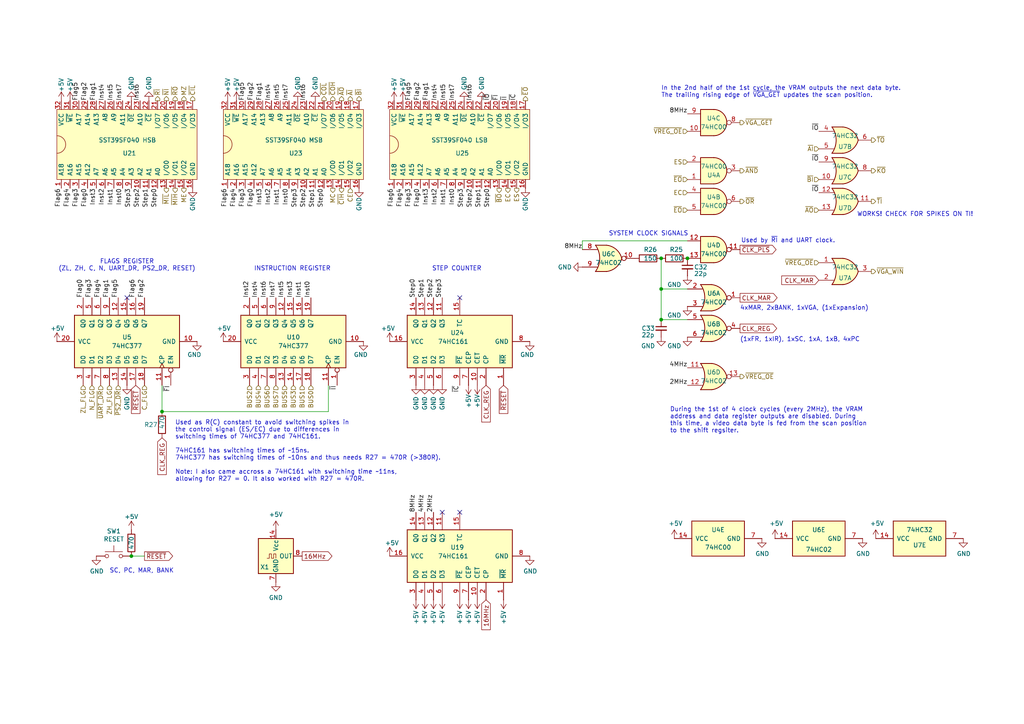
<source format=kicad_sch>
(kicad_sch (version 20250114) (generator "eeschema") (generator_version "9.0")
  (paper "A4")
  (title_block (title "Control Logic") (date "2025-01-09") (rev "1.4 Redux") (comment 2 "creativecommons.org/licenses/by-nc-sa/4.0/") (comment 3 "This work is licensed under CC BY-NC-SA 4.0") (comment 4 "Author: Carsten Herting (slu4)"))
  (lib_symbols
    (symbol "74xx:74HC00" (pin_names (offset 1.016))
      (property "Reference" "U" (at 0 1.27 0))
      (property "Value" "74HC00" (at 0 -1.27 0))
      (symbol "74HC00_1_1"
        (pin input line (at -7.62 2.54 0) (length 3.81) (name "~") (number "1"))
        (pin input line (at -7.62 -2.54 0) (length 3.81) (name "~") (number "2"))
        (pin output inverted (at 7.62 0 180) (length 3.81) (name "~") (number "3"))
      )
      (symbol "74HC00_1_2"
        (pin input inverted (at -7.62 2.54 0) (length 4.318) (name "~") (number "1"))
        (pin input inverted (at -7.62 -2.54 0) (length 4.318) (name "~") (number "2"))
        (pin output line (at 7.62 0 180) (length 3.81) (name "~") (number "3"))
      )
      (symbol "74HC00_2_1"
        (pin input line (at -7.62 2.54 0) (length 3.81) (name "~") (number "4"))
        (pin input line (at -7.62 -2.54 0) (length 3.81) (name "~") (number "5"))
        (pin output inverted (at 7.62 0 180) (length 3.81) (name "~") (number "6"))
      )
      (symbol "74HC00_2_2"
        (pin input inverted (at -7.62 2.54 0) (length 4.318) (name "~") (number "4"))
        (pin input inverted (at -7.62 -2.54 0) (length 4.318) (name "~") (number "5"))
        (pin output line (at 7.62 0 180) (length 3.81) (name "~") (number "6"))
      )
      (symbol "74HC00_3_1"
        (pin input line (at -7.62 2.54 0) (length 3.81) (name "~") (number "9"))
        (pin input line (at -7.62 -2.54 0) (length 3.81) (name "~") (number "10"))
        (pin output inverted (at 7.62 0 180) (length 3.81) (name "~") (number "8"))
      )
      (symbol "74HC00_3_2"
        (pin input inverted (at -7.62 2.54 0) (length 4.318) (name "~") (number "9"))
        (pin input inverted (at -7.62 -2.54 0) (length 4.318) (name "~") (number "10"))
        (pin output line (at 7.62 0 180) (length 3.81) (name "~") (number "8"))
      )
      (symbol "74HC00_4_1"
        (pin input line (at -7.62 2.54 0) (length 3.81) (name "~") (number "12"))
        (pin input line (at -7.62 -2.54 0) (length 3.81) (name "~") (number "13"))
        (pin output inverted (at 7.62 0 180) (length 3.81) (name "~") (number "11"))
      )
      (symbol "74HC00_4_2"
        (pin input inverted (at -7.62 2.54 0) (length 4.318) (name "~") (number "12"))
        (pin input inverted (at -7.62 -2.54 0) (length 4.318) (name "~") (number "13"))
        (pin output line (at 7.62 0 180) (length 3.81) (name "~") (number "11"))
      )
      (symbol "74HC00_5_0"
        (pin power_in line (at 0 12.7 270) (length 5.08) (name "VCC") (number "14"))
        (pin power_in line (at 0 -12.7 90) (length 5.08) (name "GND") (number "7"))
      )
    )
    (symbol "8-Bit CPU 32k-cache:74HC00" (pin_names (offset 1.016))
      (property "Reference" "U" (at 0 1.27 0))
      (property "Value" "74HC00" (at 0 -1.27 0))
      (symbol "74HC00_1_1"
        (pin input line (at -7.62 2.54 0) (length 3.81) (name "~") (number "1"))
        (pin input line (at -7.62 -2.54 0) (length 3.81) (name "~") (number "2"))
        (pin output inverted (at 7.62 0 180) (length 3.81) (name "~") (number "3"))
      )
      (symbol "74HC00_1_2"
        (pin input inverted (at -7.62 2.54 0) (length 4.318) (name "~") (number "1"))
        (pin input inverted (at -7.62 -2.54 0) (length 4.318) (name "~") (number "2"))
        (pin output line (at 7.62 0 180) (length 3.81) (name "~") (number "3"))
      )
      (symbol "74HC00_2_1"
        (pin input line (at -7.62 2.54 0) (length 3.81) (name "~") (number "4"))
        (pin input line (at -7.62 -2.54 0) (length 3.81) (name "~") (number "5"))
        (pin output inverted (at 7.62 0 180) (length 3.81) (name "~") (number "6"))
      )
      (symbol "74HC00_2_2"
        (pin input inverted (at -7.62 2.54 0) (length 4.318) (name "~") (number "4"))
        (pin input inverted (at -7.62 -2.54 0) (length 4.318) (name "~") (number "5"))
        (pin output line (at 7.62 0 180) (length 3.81) (name "~") (number "6"))
      )
      (symbol "74HC00_3_1"
        (pin input line (at -7.62 2.54 0) (length 3.81) (name "~") (number "9"))
        (pin input line (at -7.62 -2.54 0) (length 3.81) (name "~") (number "10"))
        (pin output inverted (at 7.62 0 180) (length 3.81) (name "~") (number "8"))
      )
      (symbol "74HC00_3_2"
        (pin input inverted (at -7.62 2.54 0) (length 4.318) (name "~") (number "9"))
        (pin input inverted (at -7.62 -2.54 0) (length 4.318) (name "~") (number "10"))
        (pin output line (at 7.62 0 180) (length 3.81) (name "~") (number "8"))
      )
      (symbol "74HC00_4_1"
        (pin input line (at -7.62 2.54 0) (length 3.81) (name "~") (number "12"))
        (pin input line (at -7.62 -2.54 0) (length 3.81) (name "~") (number "13"))
        (pin output inverted (at 7.62 0 180) (length 3.81) (name "~") (number "11"))
      )
      (symbol "74HC00_4_2"
        (pin input inverted (at -7.62 2.54 0) (length 4.318) (name "~") (number "12"))
        (pin input inverted (at -7.62 -2.54 0) (length 4.318) (name "~") (number "13"))
        (pin output line (at 7.62 0 180) (length 3.81) (name "~") (number "11"))
      )
      (symbol "74HC00_5_0"
        (pin power_in line (at 0 12.7 270) (length 5.08) (name "VCC") (number "14"))
        (pin power_in line (at 0 -12.7 90) (length 5.08) (name "GND") (number "7"))
      )
    )
    (symbol "8-Bit CPU 32k-cache:74HC02" (pin_names (offset 1.016))
      (property "Reference" "U" (at 0 1.27 0))
      (property "Value" "74HC02" (at 0 -1.27 0))
      (symbol "74HC02_1_1"
        (pin input line (at -7.62 2.54 0) (length 4.318) (name "~") (number "2"))
        (pin input line (at -7.62 -2.54 0) (length 4.318) (name "~") (number "3"))
        (pin output inverted (at 7.62 0 180) (length 3.81) (name "~") (number "1"))
      )
      (symbol "74HC02_1_2"
        (pin input inverted (at -7.62 2.54 0) (length 3.81) (name "~") (number "2"))
        (pin input inverted (at -7.62 -2.54 0) (length 3.81) (name "~") (number "3"))
        (pin output line (at 7.62 0 180) (length 3.81) (name "~") (number "1"))
      )
      (symbol "74HC02_2_1"
        (pin input line (at -7.62 2.54 0) (length 4.318) (name "~") (number "5"))
        (pin input line (at -7.62 -2.54 0) (length 4.318) (name "~") (number "6"))
        (pin output inverted (at 7.62 0 180) (length 3.81) (name "~") (number "4"))
      )
      (symbol "74HC02_2_2"
        (pin input inverted (at -7.62 2.54 0) (length 3.81) (name "~") (number "5"))
        (pin input inverted (at -7.62 -2.54 0) (length 3.81) (name "~") (number "6"))
        (pin output line (at 7.62 0 180) (length 3.81) (name "~") (number "4"))
      )
      (symbol "74HC02_3_1"
        (pin input line (at -7.62 2.54 0) (length 4.318) (name "~") (number "8"))
        (pin input line (at -7.62 -2.54 0) (length 4.318) (name "~") (number "9"))
        (pin output inverted (at 7.62 0 180) (length 3.81) (name "~") (number "10"))
      )
      (symbol "74HC02_3_2"
        (pin input inverted (at -7.62 2.54 0) (length 3.81) (name "~") (number "8"))
        (pin input inverted (at -7.62 -2.54 0) (length 3.81) (name "~") (number "9"))
        (pin output line (at 7.62 0 180) (length 3.81) (name "~") (number "10"))
      )
      (symbol "74HC02_4_1"
        (pin input line (at -7.62 2.54 0) (length 4.318) (name "~") (number "11"))
        (pin input line (at -7.62 -2.54 0) (length 4.318) (name "~") (number "12"))
        (pin output inverted (at 7.62 0 180) (length 3.81) (name "~") (number "13"))
      )
      (symbol "74HC02_4_2"
        (pin input inverted (at -7.62 2.54 0) (length 3.81) (name "~") (number "11"))
        (pin input inverted (at -7.62 -2.54 0) (length 3.81) (name "~") (number "12"))
        (pin output line (at 7.62 0 180) (length 3.81) (name "~") (number "13"))
      )
      (symbol "74HC02_5_0"
        (pin power_in line (at 0 12.7 270) (length 5.08) (name "VCC") (number "14"))
        (pin power_in line (at 0 -12.7 90) (length 5.08) (name "GND") (number "7"))
      )
    )
    (symbol "8-Bit CPU 32k-cache:Oscillator_ACO-xxxMHz" (pin_names (offset 0.254))
      (property "Reference" "X" (at -5.08 6.35 0))
      (property "Value" "Oscillator_ACO-xxxMHz" (at 1.27 -6.35 0))
      (symbol "Oscillator_ACO-xxxMHz_1_1"
        (pin no_connect line (at -7.62 0 0) (length 2.54) (hide yes) (name "NC") (number "1"))
        (pin power_in line (at 0 7.62 270) (length 2.54) (name "Vcc") (number "14"))
        (pin power_in line (at 0 -7.62 90) (length 2.54) (name "GND") (number "7"))
        (pin output line (at 7.62 0 180) (length 2.54) (name "OUT") (number "8"))
      )
    )
    (symbol "8-Bit CPU 32k:74HC161" (pin_names (offset 1.016))
      (property "Reference" "U" (at -7.62 16.51 0))
      (property "Value" "74HC161" (at -7.62 -16.51 0))
      (symbol "74HC161_1_0"
        (pin input line (at -12.7 12.7 0) (length 5.08) (name "D0") (number "3"))
        (pin input line (at -12.7 10.16 0) (length 5.08) (name "D1") (number "4"))
        (pin input line (at -12.7 7.62 0) (length 5.08) (name "D2") (number "5"))
        (pin input line (at -12.7 5.08 0) (length 5.08) (name "D3") (number "6"))
        (pin input line (at -12.7 0 0) (length 5.08) (name "~{PE}") (number "9"))
        (pin input line (at -12.7 -2.54 0) (length 5.08) (name "CEP") (number "7"))
        (pin input line (at -12.7 -5.08 0) (length 5.08) (name "CET") (number "10"))
        (pin input line (at -12.7 -7.62 0) (length 5.08) (name "CP") (number "2"))
        (pin input line (at -12.7 -12.7 0) (length 5.08) (name "~{MR}") (number "1"))
        (pin power_in line (at 0 20.32 270) (length 5.08) (name "VCC") (number "16"))
        (pin power_in line (at 0 -20.32 90) (length 5.08) (name "GND") (number "8"))
        (pin output line (at 12.7 12.7 180) (length 5.08) (name "Q0") (number "14"))
        (pin output line (at 12.7 10.16 180) (length 5.08) (name "Q1") (number "13"))
        (pin output line (at 12.7 7.62 180) (length 5.08) (name "Q2") (number "12"))
        (pin output line (at 12.7 5.08 180) (length 5.08) (name "Q3") (number "11"))
        (pin output line (at 12.7 0 180) (length 5.08) (name "TC") (number "15"))
      )
    )
    (symbol "8-Bit CPU 32k:74HC32" (pin_names (offset 1.016))
      (property "Reference" "U" (at 0 1.27 0))
      (property "Value" "74HC32" (at 0 -1.27 0))
      (symbol "74HC32_1_1"
        (pin input line (at -7.62 2.54 0) (length 4.318) (name "~") (number "1"))
        (pin input line (at -7.62 -2.54 0) (length 4.318) (name "~") (number "2"))
        (pin output line (at 7.62 0 180) (length 3.81) (name "~") (number "3"))
      )
      (symbol "74HC32_1_2"
        (pin input inverted (at -7.62 2.54 0) (length 3.81) (name "~") (number "1"))
        (pin input inverted (at -7.62 -2.54 0) (length 3.81) (name "~") (number "2"))
        (pin output inverted (at 7.62 0 180) (length 3.81) (name "~") (number "3"))
      )
      (symbol "74HC32_2_1"
        (pin input line (at -7.62 2.54 0) (length 4.318) (name "~") (number "4"))
        (pin input line (at -7.62 -2.54 0) (length 4.318) (name "~") (number "5"))
        (pin output line (at 7.62 0 180) (length 3.81) (name "~") (number "6"))
      )
      (symbol "74HC32_2_2"
        (pin input inverted (at -7.62 2.54 0) (length 3.81) (name "~") (number "4"))
        (pin input inverted (at -7.62 -2.54 0) (length 3.81) (name "~") (number "5"))
        (pin output inverted (at 7.62 0 180) (length 3.81) (name "~") (number "6"))
      )
      (symbol "74HC32_3_1"
        (pin input line (at -7.62 2.54 0) (length 4.318) (name "~") (number "9"))
        (pin input line (at -7.62 -2.54 0) (length 4.318) (name "~") (number "10"))
        (pin output line (at 7.62 0 180) (length 3.81) (name "~") (number "8"))
      )
      (symbol "74HC32_3_2"
        (pin input inverted (at -7.62 2.54 0) (length 3.81) (name "~") (number "9"))
        (pin input inverted (at -7.62 -2.54 0) (length 3.81) (name "~") (number "10"))
        (pin output inverted (at 7.62 0 180) (length 3.81) (name "~") (number "8"))
      )
      (symbol "74HC32_4_1"
        (pin input line (at -7.62 2.54 0) (length 4.318) (name "~") (number "12"))
        (pin input line (at -7.62 -2.54 0) (length 4.318) (name "~") (number "13"))
        (pin output line (at 7.62 0 180) (length 3.81) (name "~") (number "11"))
      )
      (symbol "74HC32_4_2"
        (pin input inverted (at -7.62 2.54 0) (length 3.81) (name "~") (number "12"))
        (pin input inverted (at -7.62 -2.54 0) (length 3.81) (name "~") (number "13"))
        (pin output inverted (at 7.62 0 180) (length 3.81) (name "~") (number "11"))
      )
      (symbol "74HC32_5_0"
        (pin power_in line (at 0 12.7 270) (length 5.08) (name "VCC") (number "14"))
        (pin power_in line (at 0 -12.7 90) (length 5.08) (name "GND") (number "7"))
      )
    )
    (symbol "8-Bit CPU 32k:74HC377" (pin_names (offset 1.016))
      (property "Reference" "U" (at 1.27 0 90))
      (property "Value" "74HC377" (at -1.27 0 90))
      (symbol "74HC377_1_0"
        (pin input line (at -12.7 12.7 0) (length 5.08) (name "D0") (number "3"))
        (pin input line (at -12.7 10.16 0) (length 5.08) (name "D1") (number "4"))
        (pin input line (at -12.7 7.62 0) (length 5.08) (name "D2") (number "7"))
        (pin input line (at -12.7 5.08 0) (length 5.08) (name "D3") (number "8"))
        (pin input line (at -12.7 2.54 0) (length 5.08) (name "D4") (number "13"))
        (pin input line (at -12.7 0 0) (length 5.08) (name "D5") (number "14"))
        (pin input line (at -12.7 -2.54 0) (length 5.08) (name "D6") (number "17"))
        (pin input line (at -12.7 -5.08 0) (length 5.08) (name "D7") (number "18"))
        (pin input clock (at -12.7 -10.16 0) (length 5.08) (name "CP") (number "11"))
        (pin input inverted (at -12.7 -12.7 0) (length 5.08) (name "EN") (number "1"))
        (pin power_in line (at 0 20.32 270) (length 5.08) (name "VCC") (number "20"))
        (pin power_in line (at 0 -20.32 90) (length 5.08) (name "GND") (number "10"))
        (pin output line (at 12.7 12.7 180) (length 5.08) (name "Q0") (number "2"))
        (pin output line (at 12.7 10.16 180) (length 5.08) (name "Q1") (number "5"))
        (pin output line (at 12.7 7.62 180) (length 5.08) (name "Q2") (number "6"))
        (pin output line (at 12.7 5.08 180) (length 5.08) (name "Q3") (number "9"))
        (pin output line (at 12.7 2.54 180) (length 5.08) (name "Q4") (number "12"))
        (pin output line (at 12.7 0 180) (length 5.08) (name "Q5") (number "15"))
        (pin output line (at 12.7 -2.54 180) (length 5.08) (name "Q6") (number "16"))
        (pin output line (at 12.7 -5.08 180) (length 5.08) (name "Q7") (number "19"))
      )
    )
    (symbol "8-Bit CPU 32k:SST39SF040A" (pin_names (offset 1.016))
      (property "Reference" "U" (at -1.27 2.54 90))
      (property "Value" "SST39SF040A" (at 2.54 2.54 90))
      (symbol "SST39SF040A_1_1"
        (pin input line (at -12.7 22.86 0) (length 2.54) (name "A18") (number "1"))
        (pin input line (at -12.7 20.32 0) (length 2.54) (name "A16") (number "2"))
        (pin input line (at -12.7 17.78 0) (length 2.54) (name "A15") (number "3"))
        (pin input line (at -12.7 15.24 0) (length 2.54) (name "A12") (number "4"))
        (pin input line (at -12.7 12.7 0) (length 2.54) (name "A7") (number "5"))
        (pin input line (at -12.7 10.16 0) (length 2.54) (name "A6") (number "6"))
        (pin input line (at -12.7 7.62 0) (length 2.54) (name "A5") (number "7"))
        (pin input line (at -12.7 5.08 0) (length 2.54) (name "A4") (number "8"))
        (pin input line (at -12.7 2.54 0) (length 2.54) (name "A3") (number "9"))
        (pin input line (at -12.7 0 0) (length 2.54) (name "A2") (number "10"))
        (pin input line (at -12.7 -2.54 0) (length 2.54) (name "A1") (number "11"))
        (pin input line (at -12.7 -5.08 0) (length 2.54) (name "A0") (number "12"))
        (pin bidirectional line (at -12.7 -7.62 0) (length 2.54) (name "I/O0") (number "13"))
        (pin bidirectional line (at -12.7 -10.16 0) (length 2.54) (name "I/O1") (number "14"))
        (pin bidirectional line (at -12.7 -12.7 0) (length 2.54) (name "I/O2") (number "15"))
        (pin power_in line (at -12.7 -15.24 0) (length 2.54) (name "GND") (number "16"))
        (pin power_in line (at 12.7 22.86 180) (length 2.54) (name "VCC") (number "32"))
        (pin input line (at 12.7 20.32 180) (length 2.54) (name "~{WE}") (number "31"))
        (pin input line (at 12.7 17.78 180) (length 2.54) (name "A17") (number "30"))
        (pin input line (at 12.7 15.24 180) (length 2.54) (name "A14") (number "29"))
        (pin input line (at 12.7 12.7 180) (length 2.54) (name "A13") (number "28"))
        (pin input line (at 12.7 10.16 180) (length 2.54) (name "A8") (number "27"))
        (pin input line (at 12.7 7.62 180) (length 2.54) (name "A9") (number "26"))
        (pin input line (at 12.7 5.08 180) (length 2.54) (name "A11") (number "25"))
        (pin input line (at 12.7 2.54 180) (length 2.54) (name "~{OE}") (number "24"))
        (pin input line (at 12.7 0 180) (length 2.54) (name "A10") (number "23"))
        (pin input line (at 12.7 -2.54 180) (length 2.54) (name "~{CE}") (number "22"))
        (pin bidirectional line (at 12.7 -5.08 180) (length 2.54) (name "I/O7") (number "21"))
        (pin bidirectional line (at 12.7 -7.62 180) (length 2.54) (name "I/O6") (number "20"))
        (pin bidirectional line (at 12.7 -10.16 180) (length 2.54) (name "I/O5") (number "19"))
        (pin bidirectional line (at 12.7 -12.7 180) (length 2.54) (name "I/O4") (number "18"))
        (pin bidirectional line (at 12.7 -15.24 180) (length 2.54) (name "I/O3") (number "17"))
      )
    )
    (symbol "Device:C_Small" (pin_numbers (hide yes)) (pin_names (offset 0.254) (hide yes))
      (property "Reference" "C" (at 0.254 1.778 0))
      (property "Value" "C_Small" (at 0.254 -2.032 0))
      (symbol "C_Small_1_1"
        (pin passive line (at 0 2.54 270) (length 2.032) (name "~") (number "1"))
        (pin passive line (at 0 -2.54 90) (length 2.032) (name "~") (number "2"))
      )
    )
    (symbol "Device:R" (pin_numbers (hide yes)) (pin_names (offset 0))
      (property "Reference" "R" (at 2.032 0 90))
      (property "Value" "R" (at 0 0 90))
      (symbol "R_1_1"
        (pin passive line (at 0 3.81 270) (length 1.27) (name "~") (number "1"))
        (pin passive line (at 0 -3.81 90) (length 1.27) (name "~") (number "2"))
      )
    )
    (symbol "Switch:SW_Push" (pin_numbers (hide yes)) (pin_names (offset 1.016) (hide yes))
      (property "Reference" "SW" (at 1.27 2.54 0))
      (property "Value" "SW_Push" (at 0 -1.524 0))
      (symbol "SW_Push_0_1"
        (pin passive line (at -5.08 0 0) (length 2.54) (name "1") (number "1"))
        (pin passive line (at 5.08 0 180) (length 2.54) (name "2") (number "2"))
      )
    )
    (symbol "power:+5V" (power) (pin_numbers (hide yes)) (pin_names (offset 0) (hide yes))
      (property "Value" "+5V" (at 0 3.556 0))
      (symbol "+5V_1_1"
        (pin power_in line (at 0 0 90) (length 0) (name "~") (number "1"))
      )
    )
    (symbol "power:GND" (power) (pin_numbers (hide yes)) (pin_names (offset 0) (hide yes))
      (property "Value" "GND" (at 0 -3.81 0))
      (symbol "GND_1_1"
        (pin power_in line (at 0 0 270) (length 0) (name "~") (number "1"))
      )
    )
  )
  (text "SYSTEM CLOCK SIGNALS" (at 176.53 68.58 0) (effects (font (size 1.27 1.27)) (justify left bottom)))
  (text "During the 1st of 4 clock cycles (every 2MHz), the VRAM\naddress and data register outputs are disabled. During\nthis time, a video data byte is fed from the scan position\nto the shift regsiter." (at 194.31 121.92 0) (effects (font (size 1.27 1.27)) (justify left)))
  (text "In the 2nd half of the 1st cycle, the VRAM outputs the next data byte.\nThe trailing rising edge of ~{VGA_GET} updates the scan position." (at 191.77 26.67 0) (effects (font (size 1.27 1.27)) (justify left)))
  (text "SC, PC, MAR, BANK\n" (at 31.75 166.37 0) (effects (font (size 1.27 1.27)) (justify left bottom)))
  (text "Used by ~{RI} and UART clock." (at 228.6 69.85 0) (effects (font (size 1.27 1.27))))
  (text "INSTRUCTION REGISTER" (at 73.66 78.74 0) (effects (font (size 1.27 1.27)) (justify left bottom)))
  (text "4xMAR, 2xBANK, 1xVGA, (1xExpansion)" (at 214.63 90.17 0) (effects (font (size 1.27 1.27)) (justify left bottom)))
  (text "(1xFR, 1xIR), 1xSC, 1xA, 1xB, 4xPC" (at 214.63 97.79 0) (effects (font (size 1.27 1.27)) (justify left top)))
  (text "STEP COUNTER" (at 139.7 78.74 0) (effects (font (size 1.27 1.27)) (justify right bottom)))
  (text "Used as R(C) constant to avoid switching spikes in\nthe control signal (ES/EC) due to differences in\nswitching times of 74HC377 and 74HC161.\n\n74HC161 has switching times of ~15ns.\n74HC377 has switching times of ~10ns and thus needs R27 = 470R (>380R).\n\nNote: I also came accross a 74HC161 with switching time ~11ns,\nallowing for R27 = 0. It also worked with R27 = 470R.\n" (at 50.8 121.92 0) (effects (font (size 1.27 1.27)) (justify left top)))
  (text "FLAGS REGISTER\n(ZL, ZH, C, N, UART_DR, PS2_DR, RESET)" (at 36.83 78.74 0) (effects (font (size 1.27 1.27)) (justify bottom)))
  (text "WORKS! CHECK FOR SPIKES ON TI!" (at 265.43 62.23 0) (effects (font (size 1.27 1.27))))
  (junction (at 199.39 74.93))
  (junction (at 191.77 74.93))
  (junction (at 38.1 161.29))
  (junction (at 191.77 83.82))
  (junction (at 46.99 119.38))
  (junction (at 191.77 92.71))
  (no_connect (at 36.83 86.36))
  (no_connect (at 128.27 148.59))
  (no_connect (at 133.35 148.59))
  (no_connect (at 133.35 86.36))
  (wire (pts (xy 46.99 111.76) (xy 46.99 119.38)))
  (wire (pts (xy 168.91 69.85) (xy 199.39 69.85)))
  (wire (pts (xy 191.77 83.82) (xy 199.39 83.82)))
  (wire (pts (xy 95.25 119.38) (xy 95.25 111.76)))
  (wire (pts (xy 41.91 161.29) (xy 38.1 161.29)))
  (wire (pts (xy 46.99 119.38) (xy 95.25 119.38)))
  (wire (pts (xy 191.77 74.93) (xy 191.77 83.82)))
  (wire (pts (xy 168.91 72.39) (xy 168.91 69.85)))
  (wire (pts (xy 191.77 83.82) (xy 191.77 92.71)))
  (wire (pts (xy 199.39 92.71) (xy 191.77 92.71)))
  (label "Inst0" (at 90.17 86.36 90))
  (label "Flag1" (at 76.2 29.21 90))
  (label "Inst5" (at 81.28 29.21 90))
  (label "Inst6" (at 88.9 29.21 90))
  (label "Inst2" (at 72.39 86.36 90))
  (label "Step0" (at 45.72 54.61 270))
  (label "Inst6" (at 137.16 29.21 90))
  (label "Step1" (at 43.18 54.61 270))
  (label "Step2" (at 88.9 54.61 270))
  (label "8MHz" (at 168.91 72.39 180))
  (label "Inst7" (at 35.56 29.21 90))
  (label "Inst2" (at 30.48 54.61 270))
  (label "Inst4" (at 78.74 29.21 90))
  (label "~{IO}" (at 237.49 38.1 180))
  (label "Flag2" (at 121.92 29.21 90))
  (label "Flag2" (at 73.66 29.21 90))
  (label "Inst3" (at 124.46 54.61 270))
  (label "~{IC}" (at 133.35 111.76 270))
  (label "Step0" (at 93.98 54.61 270))
  (label "Flag2" (at 25.4 29.21 90))
  (label "Flag4" (at 116.84 54.61 270))
  (label "Flag3" (at 119.38 54.61 270))
  (label "4MHz" (at 123.19 148.59 90))
  (label "~{IO}" (at 237.49 55.88 180))
  (label "Step3" (at 86.36 54.61 270))
  (label "Step2" (at 40.64 54.61 270))
  (label "Inst1" (at 81.28 54.61 270))
  (label "~{FI}" (at 49.53 111.76 270))
  (label "~{IO}" (at 142.24 29.21 90))
  (label "Flag0" (at 25.4 54.61 270))
  (label "Flag2" (at 41.91 86.36 90))
  (label "Inst0" (at 132.08 54.61 270))
  (label "Inst2" (at 127 54.61 270))
  (label "Inst2" (at 78.74 54.61 270))
  (label "Inst6" (at 40.64 29.21 90))
  (label "Flag6" (at 114.3 54.61 270))
  (label "Flag3" (at 26.67 86.36 90))
  (label "Flag3" (at 71.12 54.61 270))
  (label "Inst5" (at 33.02 29.21 90))
  (label "~{II}" (at 147.32 29.21 90))
  (label "Flag6" (at 66.04 54.61 270))
  (label "Flag6" (at 17.78 54.61 270))
  (label "Inst3" (at 76.2 54.61 270))
  (label "Step1" (at 123.19 86.36 90))
  (label "Inst1" (at 87.63 86.36 90))
  (label "Flag6" (at 39.37 86.36 90))
  (label "Flag4" (at 68.58 54.61 270))
  (label "8MHz" (at 199.39 33.02 180))
  (label "Flag1" (at 27.94 29.21 90))
  (label "Step0" (at 142.24 54.61 270))
  (label "Flag4" (at 20.32 54.61 270))
  (label "Inst5" (at 82.55 86.36 90))
  (label "Flag5" (at 34.29 86.36 90))
  (label "Step1" (at 139.7 54.61 270))
  (label "Flag1" (at 31.75 86.36 90))
  (label "Flag5" (at 22.86 29.21 90))
  (label "Flag3" (at 22.86 54.61 270))
  (label "Inst4" (at 30.48 29.21 90))
  (label "Step0" (at 120.65 86.36 90))
  (label "4MHz" (at 199.39 106.68 180))
  (label "2MHz" (at 125.73 148.59 90))
  (label "Flag4" (at 29.21 86.36 90))
  (label "Inst1" (at 129.54 54.61 270))
  (label "~{IO}" (at 237.49 46.99 180))
  (label "Step3" (at 134.62 54.61 270))
  (label "Flag5" (at 119.38 29.21 90))
  (label "Step3" (at 128.27 86.36 90))
  (label "~{FI}" (at 144.78 29.21 90))
  (label "Inst5" (at 129.54 29.21 90))
  (label "Flag1" (at 124.46 29.21 90))
  (label "Inst0" (at 35.56 54.61 270))
  (label "Inst3" (at 27.94 54.61 270))
  (label "Flag0" (at 24.13 86.36 90))
  (label "Inst4" (at 127 29.21 90))
  (label "Step2" (at 125.73 86.36 90))
  (label "Inst7" (at 132.08 29.21 90))
  (label "Flag5" (at 71.12 29.21 90))
  (label "Inst6" (at 77.47 86.36 90))
  (label "Step3" (at 38.1 54.61 270))
  (label "Inst0" (at 83.82 54.61 270))
  (label "~{II}" (at 97.79 111.76 270))
  (label "Step2" (at 137.16 54.61 270))
  (label "2MHz" (at 199.39 111.76 180))
  (label "8MHz" (at 120.65 148.59 90))
  (label "Inst7" (at 83.82 29.21 90))
  (label "Flag0" (at 73.66 54.61 270))
  (label "Inst1" (at 33.02 54.61 270))
  (label "~{IC}" (at 149.86 29.21 90))
  (label "Inst3" (at 85.09 86.36 90))
  (label "Flag0" (at 121.92 54.61 270))
  (label "Inst4" (at 74.93 86.36 90))
  (label "Inst7" (at 80.01 86.36 90))
  (label "Step1" (at 91.44 54.61 270))
  (global_label "~{RESET}" (shape input) (at 39.37 111.76 270) (property "Intersheetrefs" "${INTERSHEET_REFS}" (effects (hide yes))))
  (global_label "~{RESET}" (shape input) (at 146.05 111.76 270) (property "Intersheetrefs" "${INTERSHEET_REFS}" (effects (hide yes))))
  (global_label "~{CLK_PLS}" (shape output) (at 214.63 72.39 0) (property "Intersheetrefs" "${INTERSHEET_REFS}" (effects (hide yes))))
  (global_label "CLK_REG" (shape output) (at 214.63 95.25 0) (property "Intersheetrefs" "${INTERSHEET_REFS}" (effects (hide yes))))
  (global_label "CLK_MAR" (shape output) (at 214.63 86.36 0) (property "Intersheetrefs" "${INTERSHEET_REFS}" (effects (hide yes))))
  (global_label "~{RESET}" (shape output) (at 41.91 161.29 0) (property "Intersheetrefs" "${INTERSHEET_REFS}" (effects (hide yes))))
  (global_label "CLK_MAR" (shape input) (at 237.49 81.28 180) (property "Intersheetrefs" "${INTERSHEET_REFS}" (effects (hide yes))))
  (global_label "CLK_REG" (shape input) (at 140.97 111.76 270) (property "Intersheetrefs" "${INTERSHEET_REFS}" (effects (hide yes))))
  (global_label "CLK_REG" (shape input) (at 46.99 127 270) (property "Intersheetrefs" "${INTERSHEET_REFS}" (effects (hide yes))))
  (global_label "16MHz" (shape input) (at 140.97 173.99 270) (property "Intersheetrefs" "${INTERSHEET_REFS}" (effects (hide yes))))
  (global_label "16MHz" (shape output) (at 87.63 161.29 0) (property "Intersheetrefs" "${INTERSHEET_REFS}" (effects (hide yes))))
  (hierarchical_label "~{AO}" (shape output) (at 99.06 29.21 90))
  (hierarchical_label "~{VGA_GET}" (shape output) (at 214.63 35.56 0))
  (hierarchical_label "C_FLG" (shape input) (at 41.91 111.76 270))
  (hierarchical_label "~{CIH}" (shape output) (at 99.06 54.61 270))
  (hierarchical_label "CE" (shape input) (at 101.6 54.61 270))
  (hierarchical_label "BUS2" (shape input) (at 72.39 111.76 270))
  (hierarchical_label "BUS7" (shape input) (at 80.01 111.76 270))
  (hierarchical_label "~{EO}" (shape output) (at 152.4 29.21 90))
  (hierarchical_label "BUS3" (shape input) (at 85.09 111.76 270))
  (hierarchical_label "BUS1" (shape input) (at 87.63 111.76 270))
  (hierarchical_label "~{CIL}" (shape output) (at 55.88 29.21 90))
  (hierarchical_label "ZL_FLG" (shape input) (at 24.13 111.76 270))
  (hierarchical_label "~{UART_DR}" (shape input) (at 29.21 111.76 270))
  (hierarchical_label "ES" (shape input) (at 199.39 46.99 180))
  (hierarchical_label "~{VREG_OE}" (shape input) (at 237.49 76.2 180))
  (hierarchical_label "ZH_FLG" (shape input) (at 31.75 111.76 270))
  (hierarchical_label "~{MIH}" (shape output) (at 50.8 54.61 270))
  (hierarchical_label "N_FLG" (shape input) (at 26.67 111.76 270))
  (hierarchical_label "ES" (shape output) (at 149.86 54.61 270))
  (hierarchical_label "EC" (shape input) (at 199.39 55.88 180))
  (hierarchical_label "~{EO}" (shape input) (at 199.39 60.96 180))
  (hierarchical_label "~{VREG_OE}" (shape input) (at 199.39 38.1 180))
  (hierarchical_label "~{KO}" (shape output) (at 252.73 49.53 0))
  (hierarchical_label "MC" (shape output) (at 96.52 54.61 270))
  (hierarchical_label "~{COH}" (shape output) (at 96.52 29.21 90))
  (hierarchical_label "BUS5" (shape input) (at 82.55 111.76 270))
  (hierarchical_label "~{AND}" (shape output) (at 214.63 49.53 0))
  (hierarchical_label "EC" (shape output) (at 147.32 54.61 270))
  (hierarchical_label "~{OR}" (shape output) (at 214.63 58.42 0))
  (hierarchical_label "ME" (shape output) (at 53.34 54.61 270))
  (hierarchical_label "BUS0" (shape input) (at 90.17 111.76 270))
  (hierarchical_label "~{AI}" (shape input) (at 237.49 43.18 180))
  (hierarchical_label "~{RO}" (shape output) (at 50.8 29.21 90))
  (hierarchical_label "~{AI}" (shape output) (at 101.6 29.21 90))
  (hierarchical_label "~{TI}" (shape output) (at 252.73 58.42 0))
  (hierarchical_label "~{BI}" (shape input) (at 237.49 52.07 180))
  (hierarchical_label "~{PS2_DR}" (shape input) (at 34.29 111.76 270))
  (hierarchical_label "~{BI}" (shape output) (at 104.14 29.21 90))
  (hierarchical_label "BUS6" (shape input) (at 77.47 111.76 270))
  (hierarchical_label "BUS4" (shape input) (at 74.93 111.76 270))
  (hierarchical_label "~{VGA_WIN}" (shape output) (at 252.73 78.74 0))
  (hierarchical_label "~{TO}" (shape output) (at 252.73 40.64 0))
  (hierarchical_label "~{AO}" (shape input) (at 237.49 60.96 180))
  (hierarchical_label "~{VREG_OE}" (shape output) (at 214.63 109.22 0))
  (hierarchical_label "MZ" (shape output) (at 53.34 29.21 90))
  (hierarchical_label "~{NI}" (shape output) (at 48.26 29.21 90))
  (hierarchical_label "~{COL}" (shape output) (at 93.98 29.21 90))
  (hierarchical_label "~{RI}" (shape output) (at 45.72 29.21 90))
  (hierarchical_label "~{BO}" (shape output) (at 144.78 54.61 270))
  (hierarchical_label "~{EO}" (shape input) (at 199.39 52.07 180))
  (hierarchical_label "~{MIL}" (shape output) (at 48.26 54.61 270))
  (symbol (lib_id "power:GND") (at 139.7 29.21 180) (unit 1)
    (property "Reference" "#PWR0111" (effects (hide yes)))
    (property "Value" "GND" (at 139.7 24.13 90))
    (property "Description" "Power symbol creates a global label with name \"GND\" , ground" (effects (hide yes)))
  )
  (symbol (lib_id "power:GND") (at 91.44 29.21 180) (unit 1)
    (property "Reference" "#PWR089" (effects (hide yes)))
    (property "Value" "GND" (at 91.44 24.13 90))
    (property "Description" "Power symbol creates a global label with name \"GND\" , ground" (effects (hide yes)))
  )
  (symbol (lib_id "8-Bit CPU 32k:74HC161") (at 133.35 99.06 90) (unit 1)
    (property "Reference" "U24" (at 134.62 96.52 90) (effects (justify left)))
    (property "Value" "74HC161" (at 135.89 99.06 90) (effects (justify left)))
    (property "Footprint" "Package_DIP:DIP-16_W7.62mm_Socket" (effects (hide yes)))
    (property "Datasheet" "http://www.ti.com/lit/gpn/sn74LS161" (effects (hide yes)))
    (property "Description" "Synchronous 4-bit programmable binary Counter" (effects (hide yes)))
  )
  (symbol (lib_id "power:GND") (at 86.36 29.21 180) (unit 1)
    (property "Reference" "#PWR087" (effects (hide yes)))
    (property "Value" "GND" (at 86.36 24.13 90))
    (property "Description" "Power symbol creates a global label with name \"GND\" , ground" (effects (hide yes)))
  )
  (symbol (lib_id "power:GND") (at 134.62 29.21 180) (unit 1)
    (property "Reference" "#PWR0107" (effects (hide yes)))
    (property "Value" "GND" (at 134.62 24.13 90))
    (property "Description" "Power symbol creates a global label with name \"GND\" , ground" (effects (hide yes)))
  )
  (symbol (lib_id "power:+5V") (at 68.58 29.21 0) (unit 1)
    (property "Reference" "#PWR084" (effects (hide yes)))
    (property "Value" "+5V" (at 68.58 26.67 90) (effects (justify left)))
    (property "Description" "Power symbol creates a global label with name \"+5V\"" (effects (hide yes)))
  )
  (symbol (lib_id "power:+5V") (at 116.84 29.21 0) (unit 1)
    (property "Reference" "#PWR098" (effects (hide yes)))
    (property "Value" "+5V" (at 116.84 26.67 90) (effects (justify left)))
    (property "Description" "Power symbol creates a global label with name \"+5V\"" (effects (hide yes)))
  )
  (symbol (lib_id "power:GND") (at 152.4 54.61 0) (unit 1)
    (property "Reference" "#PWR0113" (effects (hide yes)))
    (property "Value" "GND" (at 152.4 57.15 90) (effects (justify right)))
    (property "Description" "Power symbol creates a global label with name \"GND\" , ground" (effects (hide yes)))
  )
  (symbol (lib_id "power:GND") (at 153.67 99.06 0) (unit 1)
    (property "Reference" "#PWR0112" (effects (hide yes)))
    (property "Value" "GND" (at 154.94 102.87 0) (effects (justify right)))
    (property "Description" "Power symbol creates a global label with name \"GND\" , ground" (effects (hide yes)))
  )
  (symbol (lib_id "power:+5V") (at 113.03 99.06 0) (unit 1)
    (property "Reference" "#PWR094" (effects (hide yes)))
    (property "Value" "+5V" (at 110.49 95.25 0) (effects (justify left)))
    (property "Description" "Power symbol creates a global label with name \"+5V\"" (effects (hide yes)))
  )
  (symbol (lib_id "power:GND") (at 104.14 54.61 0) (unit 1)
    (property "Reference" "#PWR092" (effects (hide yes)))
    (property "Value" "GND" (at 104.14 57.15 90) (effects (justify right)))
    (property "Description" "Power symbol creates a global label with name \"GND\" , ground" (effects (hide yes)))
  )
  (symbol (lib_id "power:+5V") (at 135.89 111.76 180) (unit 1)
    (property "Reference" "#PWR0106" (effects (hide yes)))
    (property "Value" "+5V" (at 135.89 114.3 90) (effects (justify left)))
    (property "Description" "Power symbol creates a global label with name \"+5V\"" (effects (hide yes)))
  )
  (symbol (lib_id "power:+5V") (at 138.43 111.76 180) (unit 1)
    (property "Reference" "#PWR0108" (effects (hide yes)))
    (property "Value" "+5V" (at 138.43 114.3 90) (effects (justify left)))
    (property "Description" "Power symbol creates a global label with name \"+5V\"" (effects (hide yes)))
  )
  (symbol (lib_id "power:+5V") (at 66.04 29.21 0) (unit 1)
    (property "Reference" "#PWR082" (effects (hide yes)))
    (property "Value" "+5V" (at 66.04 26.67 90) (effects (justify left)))
    (property "Description" "Power symbol creates a global label with name \"+5V\"" (effects (hide yes)))
  )
  (symbol (lib_id "power:+5V") (at 114.3 29.21 0) (unit 1)
    (property "Reference" "#PWR096" (effects (hide yes)))
    (property "Value" "+5V" (at 114.3 26.67 90) (effects (justify left)))
    (property "Description" "Power symbol creates a global label with name \"+5V\"" (effects (hide yes)))
  )
  (symbol (lib_id "power:+5V") (at 128.27 173.99 0) (mirror x) (unit 1)
    (property "Reference" "#PWR035" (effects (hide yes)))
    (property "Value" "+5V" (at 128.27 179.07 90))
    (property "Description" "Power symbol creates a global label with name \"+5V\"" (effects (hide yes)))
  )
  (symbol (lib_id "8-Bit CPU 32k:SST39SF040A") (at 40.64 41.91 90) (unit 1)
    (property "Reference" "U21" (at 35.56 44.45 90) (effects (justify right)))
    (property "Value" "SST39SF040 HSB" (at 28.575 40.64 90) (effects (justify right)))
    (property "Footprint" "Package_DIP:DIP-32_W15.24mm_Socket" (effects (hide yes)))
  )
  (symbol (lib_id "8-Bit CPU 32k-cache:74HC00") (at 207.01 35.56 0) (unit 3)
    (property "Reference" "U4" (at 207.01 34.2931 0))
    (property "Value" "74HC00" (at 207.01 36.83 0))
    (property "Footprint" "Package_DIP:DIP-14_W7.62mm_Socket" (effects (hide yes)))
  )
  (symbol (lib_id "power:GND") (at 36.83 111.76 0) (unit 1)
    (property "Reference" "#PWR06" (effects (hide yes)))
    (property "Value" "GND" (at 36.83 114.935 90) (effects (justify right)))
    (property "Description" "Power symbol creates a global label with name \"GND\" , ground" (effects (hide yes)))
  )
  (symbol (lib_id "power:GND") (at 199.39 80.01 0) (unit 1)
    (property "Reference" "#PWR0110" (effects (hide yes)))
    (property "Value" "GND" (at 195.58 82.55 0))
    (property "Description" "Power symbol creates a global label with name \"GND\" , ground" (effects (hide yes)))
  )
  (symbol (lib_id "power:GND") (at 55.88 54.61 0) (unit 1)
    (property "Reference" "#PWR078" (effects (hide yes)))
    (property "Value" "GND" (at 55.88 57.15 90) (effects (justify right)))
    (property "Description" "Power symbol creates a global label with name \"GND\" , ground" (effects (hide yes)))
  )
  (symbol (lib_id "power:+5V") (at 20.32 29.21 0) (unit 1)
    (property "Reference" "#PWR063" (effects (hide yes)))
    (property "Value" "+5V" (at 20.32 26.67 90) (effects (justify left)))
    (property "Description" "Power symbol creates a global label with name \"+5V\"" (effects (hide yes)))
  )
  (symbol (lib_id "power:+5V") (at 113.03 161.29 0) (mirror y) (unit 1)
    (property "Reference" "#PWR060" (effects (hide yes)))
    (property "Value" "+5V" (at 113.665 157.48 0))
    (property "Description" "Power symbol creates a global label with name \"+5V\"" (effects (hide yes)))
  )
  (symbol (lib_id "8-Bit CPU 32k:74HC32") (at 245.11 40.64 0) (unit 2)
    (property "Reference" "U7" (at 245.11 42.545 0))
    (property "Value" "74HC32" (at 245.11 39.37 0))
    (property "Footprint" "Package_DIP:DIP-14_W7.62mm_Socket" (effects (hide yes)))
    (property "Datasheet" "http://www.ti.com/lit/gpn/sn74LS32" (effects (hide yes)))
    (property "Description" "Quad 2-input OR" (effects (hide yes)))
  )
  (symbol (lib_id "power:+5V") (at 123.19 173.99 0) (mirror x) (unit 1)
    (property "Reference" "#PWR033" (effects (hide yes)))
    (property "Value" "+5V" (at 123.19 179.07 90))
    (property "Description" "Power symbol creates a global label with name \"+5V\"" (effects (hide yes)))
  )
  (symbol (lib_id "Device:R") (at 195.58 74.93 90) (mirror x) (unit 1)
    (property "Reference" "R25" (at 198.12 72.39 90) (effects (justify left)))
    (property "Value" "100" (at 198.12 74.93 90) (effects (justify left)))
    (property "Footprint" "Resistor_THT:R_Axial_DIN0207_L6.3mm_D2.5mm_P7.62mm_Horizontal" (effects (hide yes)))
    (property "Description" "Resistor" (effects (hide yes)))
  )
  (symbol (lib_id "power:+5V") (at 146.05 173.99 0) (mirror x) (unit 1)
    (property "Reference" "#PWR075" (effects (hide yes)))
    (property "Value" "+5V" (at 146.05 179.07 90))
    (property "Description" "Power symbol creates a global label with name \"+5V\"" (effects (hide yes)))
  )
  (symbol (lib_id "8-Bit CPU 32k-cache:74HC02") (at 207.01 95.25 0) (unit 2)
    (property "Reference" "U6" (at 207.01 93.9831 0))
    (property "Value" "74HC02" (at 207.01 96.52 0))
    (property "Footprint" "Package_DIP:DIP-14_W7.62mm_Socket" (effects (hide yes)))
  )
  (symbol (lib_id "power:GND") (at 123.19 111.76 0) (unit 1)
    (property "Reference" "#PWR013" (effects (hide yes)))
    (property "Value" "GND" (at 123.19 114.935 90) (effects (justify right)))
    (property "Description" "Power symbol creates a global label with name \"GND\" , ground" (effects (hide yes)))
  )
  (symbol (lib_id "Device:R") (at 187.96 74.93 270) (mirror x) (unit 1)
    (property "Reference" "R26" (at 186.69 72.39 90) (effects (justify left)))
    (property "Value" "150" (at 186.69 74.93 90) (effects (justify left)))
    (property "Footprint" "Resistor_THT:R_Axial_DIN0207_L6.3mm_D2.5mm_P7.62mm_Horizontal" (effects (hide yes)))
    (property "Description" "Resistor" (effects (hide yes)))
  )
  (symbol (lib_id "8-Bit CPU 32k-cache:74HC02") (at 207.01 86.36 0) (unit 1)
    (property "Reference" "U6" (at 207.01 85.0931 0))
    (property "Value" "74HC02" (at 207.01 87.63 0))
    (property "Footprint" "Package_DIP:DIP-14_W7.62mm_Socket" (effects (hide yes)))
  )
  (symbol (lib_id "power:+5V") (at 38.1 153.67 0) (mirror y) (unit 1)
    (property "Reference" "#PWR068" (effects (hide yes)))
    (property "Value" "+5V" (at 38.1 149.86 0))
    (property "Description" "Power symbol creates a global label with name \"+5V\"" (effects (hide yes)))
  )
  (symbol (lib_id "power:GND") (at 153.67 161.29 0) (unit 1)
    (property "Reference" "#PWR079" (effects (hide yes)))
    (property "Value" "GND" (at 153.797 165.6842 0))
    (property "Description" "Power symbol creates a global label with name \"GND\" , ground" (effects (hide yes)))
  )
  (symbol (lib_id "power:+5V") (at 254 156.21 0) (unit 1)
    (property "Reference" "#PWR0128" (effects (hide yes)))
    (property "Value" "+5V" (at 254.381 151.8158 0))
    (property "Description" "Power symbol creates a global label with name \"+5V\"" (effects (hide yes)))
  )
  (symbol (lib_id "power:+5V") (at 17.78 29.21 0) (unit 1)
    (property "Reference" "#PWR061" (effects (hide yes)))
    (property "Value" "+5V" (at 17.78 26.67 90) (effects (justify left)))
    (property "Description" "Power symbol creates a global label with name \"+5V\"" (effects (hide yes)))
  )
  (symbol (lib_id "74xx:74HC00") (at 208.28 156.21 90) (mirror x) (unit 5)
    (property "Reference" "U4" (at 208.28 153.67 90))
    (property "Value" "74HC00" (at 208.28 158.75 90))
    (property "Footprint" "Package_DIP:DIP-14_W7.62mm_Socket" (effects (hide yes)))
    (property "Datasheet" "http://www.ti.com/lit/gpn/sn74hc00" (effects (hide yes)))
    (property "Description" "quad 2-input NAND gate" (effects (hide yes)))
  )
  (symbol (lib_id "8-Bit CPU 32k:74HC32") (at 245.11 58.42 0) (unit 4)
    (property "Reference" "U7" (at 245.11 60.325 0))
    (property "Value" "74HC32" (at 245.11 57.15 0))
    (property "Footprint" "Package_DIP:DIP-14_W7.62mm_Socket" (effects (hide yes)))
    (property "Datasheet" "http://www.ti.com/lit/gpn/sn74LS32" (effects (hide yes)))
    (property "Description" "Quad 2-input OR" (effects (hide yes)))
  )
  (symbol (lib_id "power:GND") (at 27.94 161.29 0) (unit 1)
    (property "Reference" "#PWR067" (effects (hide yes)))
    (property "Value" "GND" (at 28.067 165.6842 0))
    (property "Description" "Power symbol creates a global label with name \"GND\" , ground" (effects (hide yes)))
  )
  (symbol (lib_id "power:+5V") (at 120.65 173.99 0) (mirror x) (unit 1)
    (property "Reference" "#PWR031" (effects (hide yes)))
    (property "Value" "+5V" (at 120.65 179.07 90))
    (property "Description" "Power symbol creates a global label with name \"+5V\"" (effects (hide yes)))
  )
  (symbol (lib_id "power:GND") (at 38.1 29.21 180) (unit 1)
    (property "Reference" "#PWR071" (effects (hide yes)))
    (property "Value" "GND" (at 38.1 24.13 90))
    (property "Description" "Power symbol creates a global label with name \"GND\" , ground" (effects (hide yes)))
  )
  (symbol (lib_id "8-Bit CPU 32k:74HC32") (at 245.11 49.53 0) (unit 3)
    (property "Reference" "U7" (at 245.11 51.435 0))
    (property "Value" "74HC32" (at 245.11 48.26 0))
    (property "Footprint" "Package_DIP:DIP-14_W7.62mm_Socket" (effects (hide yes)))
    (property "Datasheet" "http://www.ti.com/lit/gpn/sn74LS32" (effects (hide yes)))
    (property "Description" "Quad 2-input OR" (effects (hide yes)))
  )
  (symbol (lib_id "power:GND") (at 199.39 97.79 0) (unit 1)
    (property "Reference" "#PWR017" (effects (hide yes)))
    (property "Value" "GND" (at 195.58 100.33 0))
    (property "Description" "Power symbol creates a global label with name \"GND\" , ground" (effects (hide yes)))
  )
  (symbol (lib_id "8-Bit CPU 32k-cache:74HC00") (at 207.01 58.42 0) (unit 2)
    (property "Reference" "U4" (at 207.01 57.15 0))
    (property "Value" "74HC00" (at 207.01 59.69 0))
    (property "Footprint" "Package_DIP:DIP-14_W7.62mm_Socket" (effects (hide yes)))
  )
  (symbol (lib_id "power:+5V") (at 125.73 173.99 0) (mirror x) (unit 1)
    (property "Reference" "#PWR034" (effects (hide yes)))
    (property "Value" "+5V" (at 125.73 179.07 90))
    (property "Description" "Power symbol creates a global label with name \"+5V\"" (effects (hide yes)))
  )
  (symbol (lib_id "power:+5V") (at 224.79 156.21 0) (unit 1)
    (property "Reference" "#PWR0129" (effects (hide yes)))
    (property "Value" "+5V" (at 225.171 151.8158 0))
    (property "Description" "Power symbol creates a global label with name \"+5V\"" (effects (hide yes)))
  )
  (symbol (lib_id "Device:R") (at 46.99 123.19 0) (mirror y) (unit 1)
    (property "Reference" "R27" (at 45.72 123.19 0) (effects (justify left)))
    (property "Value" "470" (at 46.99 124.46 90) (effects (justify left)))
    (property "Footprint" "Resistor_THT:R_Axial_DIN0207_L6.3mm_D2.5mm_P7.62mm_Horizontal" (effects (hide yes)))
    (property "Description" "Resistor" (effects (hide yes)))
  )
  (symbol (lib_id "8-Bit CPU 32k:74HC32") (at 245.11 78.74 0) (unit 1)
    (property "Reference" "U7" (at 245.11 80.645 0))
    (property "Value" "74HC32" (at 245.11 77.47 0))
    (property "Footprint" "Package_DIP:DIP-14_W7.62mm_Socket" (effects (hide yes)))
    (property "Datasheet" "http://www.ti.com/lit/gpn/sn74LS32" (effects (hide yes)))
    (property "Description" "Quad 2-input OR" (effects (hide yes)))
  )
  (symbol (lib_id "8-Bit CPU 32k-cache:74HC02") (at 176.53 74.93 0) (unit 3)
    (property "Reference" "U6" (at 176.53 73.66 0))
    (property "Value" "74HC02" (at 176.53 76.2 0))
    (property "Footprint" "Package_DIP:DIP-14_W7.62mm_Socket" (effects (hide yes)))
  )
  (symbol (lib_id "power:GND") (at 220.98 156.21 0) (unit 1)
    (property "Reference" "#PWR0130" (effects (hide yes)))
    (property "Value" "GND" (at 221.107 160.6042 0))
    (property "Description" "Power symbol creates a global label with name \"GND\" , ground" (effects (hide yes)))
  )
  (symbol (lib_id "8-Bit CPU 32k:74HC32") (at 266.7 156.21 90) (mirror x) (unit 5)
    (property "Reference" "U7" (at 264.795 158.115 90) (effects (justify right)))
    (property "Value" "74HC32" (at 262.89 153.67 90) (effects (justify right)))
    (property "Footprint" "Package_DIP:DIP-14_W7.62mm_Socket" (effects (hide yes)))
    (property "Datasheet" "http://www.ti.com/lit/gpn/sn74LS32" (effects (hide yes)))
    (property "Description" "Quad 2-input OR" (effects (hide yes)))
  )
  (symbol (lib_id "power:+5V") (at 135.89 173.99 0) (mirror x) (unit 1)
    (property "Reference" "#PWR072" (effects (hide yes)))
    (property "Value" "+5V" (at 135.89 179.07 90))
    (property "Description" "Power symbol creates a global label with name \"+5V\"" (effects (hide yes)))
  )
  (symbol (lib_id "power:GND") (at 168.91 77.47 270) (unit 1)
    (property "Reference" "#PWR0117" (effects (hide yes)))
    (property "Value" "GND" (at 163.83 77.47 90))
    (property "Description" "Power symbol creates a global label with name \"GND\" , ground" (effects (hide yes)))
  )
  (symbol (lib_id "8-Bit CPU 32k:SST39SF040A") (at 88.9 41.91 90) (unit 1)
    (property "Reference" "U23" (at 83.82 44.45 90) (effects (justify right)))
    (property "Value" "SST39SF040 MSB" (at 76.835 40.64 90) (effects (justify right)))
    (property "Footprint" "Package_DIP:DIP-32_W15.24mm_Socket" (effects (hide yes)))
  )
  (symbol (lib_id "8-Bit CPU 32k-cache:74HC02") (at 237.49 156.21 90) (mirror x) (unit 5)
    (property "Reference" "U6" (at 237.49 153.67 90))
    (property "Value" "74HC02" (at 237.49 159.385 90))
    (property "Footprint" "Package_DIP:DIP-14_W7.62mm_Socket" (effects (hide yes)))
  )
  (symbol (lib_id "power:+5V") (at 80.01 153.67 0) (unit 1)
    (property "Reference" "#PWR070" (effects (hide yes)))
    (property "Value" "+5V" (at 80.01 149.225 0))
    (property "Description" "Power symbol creates a global label with name \"+5V\"" (effects (hide yes)))
  )
  (symbol (lib_id "power:GND") (at 279.4 156.21 0) (unit 1)
    (property "Reference" "#PWR0132" (effects (hide yes)))
    (property "Value" "GND" (at 279.527 160.6042 0))
    (property "Description" "Power symbol creates a global label with name \"GND\" , ground" (effects (hide yes)))
  )
  (symbol (lib_id "8-Bit CPU 32k:74HC377") (at 36.83 99.06 90) (unit 1)
    (property "Reference" "U5" (at 36.83 97.7931 90))
    (property "Value" "74HC377" (at 36.83 100.33 90))
    (property "Footprint" "Package_DIP:DIP-20_W7.62mm_Socket" (effects (hide yes)))
    (property "Datasheet" "http://www.ti.com/lit/gpn/sn74LS574" (effects (hide yes)))
    (property "Description" "8-bit Register, 3-state outputs" (effects (hide yes)))
  )
  (symbol (lib_id "power:GND") (at 191.77 97.79 0) (unit 1)
    (property "Reference" "#PWR085" (effects (hide yes)))
    (property "Value" "GND" (at 187.96 100.33 0))
    (property "Description" "Power symbol creates a global label with name \"GND\" , ground" (effects (hide yes)))
  )
  (symbol (lib_id "power:GND") (at 57.15 99.06 0) (unit 1)
    (property "Reference" "#PWR0131" (effects (hide yes)))
    (property "Value" "GND" (at 58.42 102.87 0) (effects (justify right)))
    (property "Description" "Power symbol creates a global label with name \"GND\" , ground" (effects (hide yes)))
  )
  (symbol (lib_id "power:GND") (at 80.01 168.91 0) (unit 1)
    (property "Reference" "#PWR077" (effects (hide yes)))
    (property "Value" "GND" (at 80.01 173.355 0))
    (property "Description" "Power symbol creates a global label with name \"GND\" , ground" (effects (hide yes)))
  )
  (symbol (lib_id "Device:C_Small") (at 191.77 95.25 0) (unit 1)
    (property "Reference" "C33" (at 186.055 95.25 0) (effects (justify left)))
    (property "Value" "22p" (at 186.055 97.155 0) (effects (justify left)))
    (property "Footprint" "Capacitor_THT:C_Disc_D3.4mm_W2.1mm_P2.50mm" (effects (hide yes)))
    (property "Description" "Unpolarized capacitor, small symbol" (effects (hide yes)))
  )
  (symbol (lib_id "power:+5V") (at 133.35 173.99 0) (mirror x) (unit 1)
    (property "Reference" "#PWR069" (effects (hide yes)))
    (property "Value" "+5V" (at 133.35 179.07 90))
    (property "Description" "Power symbol creates a global label with name \"+5V\"" (effects (hide yes)))
  )
  (symbol (lib_id "power:GND") (at 105.41 99.06 0) (unit 1)
    (property "Reference" "#PWR0200" (effects (hide yes)))
    (property "Value" "GND" (at 106.68 102.87 0) (effects (justify right)))
    (property "Description" "Power symbol creates a global label with name \"GND\" , ground" (effects (hide yes)))
  )
  (symbol (lib_id "power:GND") (at 120.65 111.76 0) (unit 1)
    (property "Reference" "#PWR030" (effects (hide yes)))
    (property "Value" "GND" (at 120.65 114.935 90) (effects (justify right)))
    (property "Description" "Power symbol creates a global label with name \"GND\" , ground" (effects (hide yes)))
  )
  (symbol (lib_id "power:GND") (at 125.73 111.76 0) (unit 1)
    (property "Reference" "#PWR014" (effects (hide yes)))
    (property "Value" "GND" (at 125.73 114.935 90) (effects (justify right)))
    (property "Description" "Power symbol creates a global label with name \"GND\" , ground" (effects (hide yes)))
  )
  (symbol (lib_id "8-Bit CPU 32k-cache:74HC00") (at 207.01 49.53 0) (mirror x) (unit 1)
    (property "Reference" "U4" (at 207.01 50.8 0))
    (property "Value" "74HC00" (at 207.01 48.26 0))
    (property "Footprint" "Package_DIP:DIP-14_W7.62mm_Socket" (effects (hide yes)))
  )
  (symbol (lib_id "power:+5V") (at 16.51 99.06 0) (unit 1)
    (property "Reference" "#PWR0121" (effects (hide yes)))
    (property "Value" "+5V" (at 14.605 95.25 0) (effects (justify left)))
    (property "Description" "Power symbol creates a global label with name \"+5V\"" (effects (hide yes)))
  )
  (symbol (lib_id "power:GND") (at 128.27 111.76 0) (unit 1)
    (property "Reference" "#PWR015" (effects (hide yes)))
    (property "Value" "GND" (at 128.27 114.935 90) (effects (justify right)))
    (property "Description" "Power symbol creates a global label with name \"GND\" , ground" (effects (hide yes)))
  )
  (symbol (lib_id "8-Bit CPU 32k:74HC161") (at 133.35 161.29 90) (unit 1)
    (property "Reference" "U19" (at 134.62 158.75 90) (effects (justify left)))
    (property "Value" "74HC161" (at 135.89 161.29 90) (effects (justify left)))
    (property "Footprint" "Package_DIP:DIP-16_W7.62mm_Socket" (effects (hide yes)))
    (property "Datasheet" "http://www.ti.com/lit/gpn/sn74LS161" (effects (hide yes)))
    (property "Description" "Synchronous 4-bit programmable binary Counter" (effects (hide yes)))
  )
  (symbol (lib_id "power:+5V") (at 195.58 156.21 0) (unit 1)
    (property "Reference" "#PWR0126" (effects (hide yes)))
    (property "Value" "+5V" (at 195.961 151.8158 0))
    (property "Description" "Power symbol creates a global label with name \"+5V\"" (effects (hide yes)))
  )
  (symbol (lib_id "power:GND") (at 43.18 29.21 180) (unit 1)
    (property "Reference" "#PWR074" (effects (hide yes)))
    (property "Value" "GND" (at 43.18 24.13 90))
    (property "Description" "Power symbol creates a global label with name \"GND\" , ground" (effects (hide yes)))
  )
  (symbol (lib_id "Switch:SW_Push") (at 33.02 161.29 0) (mirror y) (unit 1)
    (property "Reference" "SW1" (at 33.02 154.051 0))
    (property "Value" "RESET" (at 33.02 156.3624 0))
    (property "Footprint" "Button_Switch_THT:SW_PUSH_6mm" (effects (hide yes)))
    (property "Description" "Push button switch, generic, two pins" (effects (hide yes)))
  )
  (symbol (lib_id "power:GND") (at 199.39 88.9 0) (unit 1)
    (property "Reference" "#PWR0124" (effects (hide yes)))
    (property "Value" "GND" (at 195.58 91.44 0))
    (property "Description" "Power symbol creates a global label with name \"GND\" , ground" (effects (hide yes)))
  )
  (symbol (lib_id "8-Bit CPU 32k:74HC377") (at 85.09 99.06 90) (unit 1)
    (property "Reference" "U10" (at 85.09 97.7931 90))
    (property "Value" "74HC377" (at 85.09 100.33 90))
    (property "Footprint" "Package_DIP:DIP-20_W7.62mm_Socket" (effects (hide yes)))
    (property "Datasheet" "http://www.ti.com/lit/gpn/sn74LS574" (effects (hide yes)))
    (property "Description" "8-bit Register, 3-state outputs" (effects (hide yes)))
  )
  (symbol (lib_id "8-Bit CPU 32k-cache:74HC02") (at 207.01 109.22 0) (unit 4)
    (property "Reference" "U6" (at 207.01 107.9531 0))
    (property "Value" "74HC02" (at 207.01 110.49 0))
    (property "Footprint" "Package_DIP:DIP-14_W7.62mm_Socket" (effects (hide yes)))
  )
  (symbol (lib_id "8-Bit CPU 32k-cache:74HC00") (at 207.01 72.39 0) (unit 4)
    (property "Reference" "U4" (at 207.01 71.1231 0))
    (property "Value" "74HC00" (at 207.01 73.66 0))
    (property "Footprint" "Package_DIP:DIP-14_W7.62mm_Socket" (effects (hide yes)))
  )
  (symbol (lib_id "power:+5V") (at 64.77 99.06 0) (unit 1)
    (property "Reference" "#PWR0192" (effects (hide yes)))
    (property "Value" "+5V" (at 62.865 95.25 0) (effects (justify left)))
    (property "Description" "Power symbol creates a global label with name \"+5V\"" (effects (hide yes)))
  )
  (symbol (lib_id "8-Bit CPU 32k:SST39SF040A") (at 137.16 41.91 90) (unit 1)
    (property "Reference" "U25" (at 132.08 44.45 90) (effects (justify right)))
    (property "Value" "SST39SF040 LSB" (at 125.095 40.64 90) (effects (justify right)))
    (property "Footprint" "Package_DIP:DIP-32_W15.24mm_Socket" (effects (hide yes)))
  )
  (symbol (lib_id "Device:C_Small") (at 199.39 77.47 0) (unit 1)
    (property "Reference" "C32" (at 201.295 77.47 0) (effects (justify left)))
    (property "Value" "22p" (at 201.295 79.375 0) (effects (justify left)))
    (property "Footprint" "Capacitor_THT:C_Disc_D3.4mm_W2.1mm_P2.50mm" (effects (hide yes)))
    (property "Description" "Unpolarized capacitor, small symbol" (effects (hide yes)))
  )
  (symbol (lib_id "power:GND") (at 250.19 156.21 0) (unit 1)
    (property "Reference" "#PWR0133" (effects (hide yes)))
    (property "Value" "GND" (at 250.317 160.6042 0))
    (property "Description" "Power symbol creates a global label with name \"GND\" , ground" (effects (hide yes)))
  )
  (symbol (lib_id "8-Bit CPU 32k-cache:Oscillator_ACO-xxxMHz") (at 80.01 161.29 0) (unit 1)
    (property "Reference" "X1" (at 78.105 164.465 0) (effects (justify right)))
    (property "Value" "16MHz" (effects (hide yes)))
    (property "Footprint" "Oscillator:Oscillator_DIP-14" (effects (hide yes)))
  )
  (symbol (lib_id "Device:R") (at 38.1 157.48 0) (mirror y) (unit 1)
    (property "Reference" "R2" (effects (hide yes)))
    (property "Value" "470" (at 38.1 159.385 90) (effects (justify left)))
    (property "Footprint" "Resistor_THT:R_Axial_DIN0207_L6.3mm_D2.5mm_P7.62mm_Horizontal" (effects (hide yes)))
    (property "Description" "Resistor" (effects (hide yes)))
  )
  (symbol (lib_id "power:+5V") (at 138.43 173.99 0) (mirror x) (unit 1)
    (property "Reference" "#PWR073" (effects (hide yes)))
    (property "Value" "+5V" (at 138.43 179.07 90))
    (property "Description" "Power symbol creates a global label with name \"+5V\"" (effects (hide yes)))
  )
)
</source>
